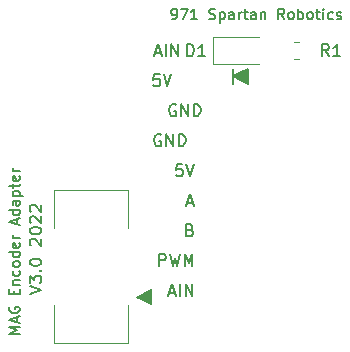
<source format=gbr>
%TF.GenerationSoftware,KiCad,Pcbnew,7.0.10-7.0.10~ubuntu22.04.1*%
%TF.CreationDate,2024-01-21T09:33:43-08:00*%
%TF.ProjectId,MAG_encoder_adapter,4d41475f-656e-4636-9f64-65725f616461,rev?*%
%TF.SameCoordinates,Original*%
%TF.FileFunction,Legend,Top*%
%TF.FilePolarity,Positive*%
%FSLAX46Y46*%
G04 Gerber Fmt 4.6, Leading zero omitted, Abs format (unit mm)*
G04 Created by KiCad (PCBNEW 7.0.10-7.0.10~ubuntu22.04.1) date 2024-01-21 09:33:43*
%MOMM*%
%LPD*%
G01*
G04 APERTURE LIST*
%ADD10C,0.150000*%
%ADD11C,0.120000*%
G04 APERTURE END LIST*
D10*
X176480000Y-106934000D02*
X175210000Y-106299000D01*
X176480000Y-105664000D01*
X176480000Y-106934000D01*
G36*
X176480000Y-106934000D02*
G01*
X175210000Y-106299000D01*
X176480000Y-105664000D01*
X176480000Y-106934000D01*
G37*
X175210000Y-105664000D02*
X175210000Y-106934000D01*
X157950819Y-124713523D02*
X158950819Y-124380190D01*
X158950819Y-124380190D02*
X157950819Y-124046857D01*
X157950819Y-123808761D02*
X157950819Y-123189714D01*
X157950819Y-123189714D02*
X158331771Y-123523047D01*
X158331771Y-123523047D02*
X158331771Y-123380190D01*
X158331771Y-123380190D02*
X158379390Y-123284952D01*
X158379390Y-123284952D02*
X158427009Y-123237333D01*
X158427009Y-123237333D02*
X158522247Y-123189714D01*
X158522247Y-123189714D02*
X158760342Y-123189714D01*
X158760342Y-123189714D02*
X158855580Y-123237333D01*
X158855580Y-123237333D02*
X158903200Y-123284952D01*
X158903200Y-123284952D02*
X158950819Y-123380190D01*
X158950819Y-123380190D02*
X158950819Y-123665904D01*
X158950819Y-123665904D02*
X158903200Y-123761142D01*
X158903200Y-123761142D02*
X158855580Y-123808761D01*
X158855580Y-122761142D02*
X158903200Y-122713523D01*
X158903200Y-122713523D02*
X158950819Y-122761142D01*
X158950819Y-122761142D02*
X158903200Y-122808761D01*
X158903200Y-122808761D02*
X158855580Y-122761142D01*
X158855580Y-122761142D02*
X158950819Y-122761142D01*
X157950819Y-122094476D02*
X157950819Y-121999238D01*
X157950819Y-121999238D02*
X157998438Y-121904000D01*
X157998438Y-121904000D02*
X158046057Y-121856381D01*
X158046057Y-121856381D02*
X158141295Y-121808762D01*
X158141295Y-121808762D02*
X158331771Y-121761143D01*
X158331771Y-121761143D02*
X158569866Y-121761143D01*
X158569866Y-121761143D02*
X158760342Y-121808762D01*
X158760342Y-121808762D02*
X158855580Y-121856381D01*
X158855580Y-121856381D02*
X158903200Y-121904000D01*
X158903200Y-121904000D02*
X158950819Y-121999238D01*
X158950819Y-121999238D02*
X158950819Y-122094476D01*
X158950819Y-122094476D02*
X158903200Y-122189714D01*
X158903200Y-122189714D02*
X158855580Y-122237333D01*
X158855580Y-122237333D02*
X158760342Y-122284952D01*
X158760342Y-122284952D02*
X158569866Y-122332571D01*
X158569866Y-122332571D02*
X158331771Y-122332571D01*
X158331771Y-122332571D02*
X158141295Y-122284952D01*
X158141295Y-122284952D02*
X158046057Y-122237333D01*
X158046057Y-122237333D02*
X157998438Y-122189714D01*
X157998438Y-122189714D02*
X157950819Y-122094476D01*
X158046057Y-120618285D02*
X157998438Y-120570666D01*
X157998438Y-120570666D02*
X157950819Y-120475428D01*
X157950819Y-120475428D02*
X157950819Y-120237333D01*
X157950819Y-120237333D02*
X157998438Y-120142095D01*
X157998438Y-120142095D02*
X158046057Y-120094476D01*
X158046057Y-120094476D02*
X158141295Y-120046857D01*
X158141295Y-120046857D02*
X158236533Y-120046857D01*
X158236533Y-120046857D02*
X158379390Y-120094476D01*
X158379390Y-120094476D02*
X158950819Y-120665904D01*
X158950819Y-120665904D02*
X158950819Y-120046857D01*
X157950819Y-119427809D02*
X157950819Y-119332571D01*
X157950819Y-119332571D02*
X157998438Y-119237333D01*
X157998438Y-119237333D02*
X158046057Y-119189714D01*
X158046057Y-119189714D02*
X158141295Y-119142095D01*
X158141295Y-119142095D02*
X158331771Y-119094476D01*
X158331771Y-119094476D02*
X158569866Y-119094476D01*
X158569866Y-119094476D02*
X158760342Y-119142095D01*
X158760342Y-119142095D02*
X158855580Y-119189714D01*
X158855580Y-119189714D02*
X158903200Y-119237333D01*
X158903200Y-119237333D02*
X158950819Y-119332571D01*
X158950819Y-119332571D02*
X158950819Y-119427809D01*
X158950819Y-119427809D02*
X158903200Y-119523047D01*
X158903200Y-119523047D02*
X158855580Y-119570666D01*
X158855580Y-119570666D02*
X158760342Y-119618285D01*
X158760342Y-119618285D02*
X158569866Y-119665904D01*
X158569866Y-119665904D02*
X158331771Y-119665904D01*
X158331771Y-119665904D02*
X158141295Y-119618285D01*
X158141295Y-119618285D02*
X158046057Y-119570666D01*
X158046057Y-119570666D02*
X157998438Y-119523047D01*
X157998438Y-119523047D02*
X157950819Y-119427809D01*
X158046057Y-118713523D02*
X157998438Y-118665904D01*
X157998438Y-118665904D02*
X157950819Y-118570666D01*
X157950819Y-118570666D02*
X157950819Y-118332571D01*
X157950819Y-118332571D02*
X157998438Y-118237333D01*
X157998438Y-118237333D02*
X158046057Y-118189714D01*
X158046057Y-118189714D02*
X158141295Y-118142095D01*
X158141295Y-118142095D02*
X158236533Y-118142095D01*
X158236533Y-118142095D02*
X158379390Y-118189714D01*
X158379390Y-118189714D02*
X158950819Y-118761142D01*
X158950819Y-118761142D02*
X158950819Y-118142095D01*
X158046057Y-117761142D02*
X157998438Y-117713523D01*
X157998438Y-117713523D02*
X157950819Y-117618285D01*
X157950819Y-117618285D02*
X157950819Y-117380190D01*
X157950819Y-117380190D02*
X157998438Y-117284952D01*
X157998438Y-117284952D02*
X158046057Y-117237333D01*
X158046057Y-117237333D02*
X158141295Y-117189714D01*
X158141295Y-117189714D02*
X158236533Y-117189714D01*
X158236533Y-117189714D02*
X158379390Y-117237333D01*
X158379390Y-117237333D02*
X158950819Y-117808761D01*
X158950819Y-117808761D02*
X158950819Y-117189714D01*
X169795840Y-124629104D02*
X170272030Y-124629104D01*
X169700602Y-124914819D02*
X170033935Y-123914819D01*
X170033935Y-123914819D02*
X170367268Y-124914819D01*
X170700602Y-124914819D02*
X170700602Y-123914819D01*
X171176792Y-124914819D02*
X171176792Y-123914819D01*
X171176792Y-123914819D02*
X171748220Y-124914819D01*
X171748220Y-124914819D02*
X171748220Y-123914819D01*
X171557744Y-119311009D02*
X171700601Y-119358628D01*
X171700601Y-119358628D02*
X171748220Y-119406247D01*
X171748220Y-119406247D02*
X171795839Y-119501485D01*
X171795839Y-119501485D02*
X171795839Y-119644342D01*
X171795839Y-119644342D02*
X171748220Y-119739580D01*
X171748220Y-119739580D02*
X171700601Y-119787200D01*
X171700601Y-119787200D02*
X171605363Y-119834819D01*
X171605363Y-119834819D02*
X171224411Y-119834819D01*
X171224411Y-119834819D02*
X171224411Y-118834819D01*
X171224411Y-118834819D02*
X171557744Y-118834819D01*
X171557744Y-118834819D02*
X171652982Y-118882438D01*
X171652982Y-118882438D02*
X171700601Y-118930057D01*
X171700601Y-118930057D02*
X171748220Y-119025295D01*
X171748220Y-119025295D02*
X171748220Y-119120533D01*
X171748220Y-119120533D02*
X171700601Y-119215771D01*
X171700601Y-119215771D02*
X171652982Y-119263390D01*
X171652982Y-119263390D02*
X171557744Y-119311009D01*
X171557744Y-119311009D02*
X171224411Y-119311009D01*
X170024684Y-101495469D02*
X170194017Y-101495469D01*
X170194017Y-101495469D02*
X170278684Y-101453136D01*
X170278684Y-101453136D02*
X170321017Y-101410802D01*
X170321017Y-101410802D02*
X170405684Y-101283802D01*
X170405684Y-101283802D02*
X170448017Y-101114469D01*
X170448017Y-101114469D02*
X170448017Y-100775802D01*
X170448017Y-100775802D02*
X170405684Y-100691136D01*
X170405684Y-100691136D02*
X170363350Y-100648802D01*
X170363350Y-100648802D02*
X170278684Y-100606469D01*
X170278684Y-100606469D02*
X170109350Y-100606469D01*
X170109350Y-100606469D02*
X170024684Y-100648802D01*
X170024684Y-100648802D02*
X169982350Y-100691136D01*
X169982350Y-100691136D02*
X169940017Y-100775802D01*
X169940017Y-100775802D02*
X169940017Y-100987469D01*
X169940017Y-100987469D02*
X169982350Y-101072136D01*
X169982350Y-101072136D02*
X170024684Y-101114469D01*
X170024684Y-101114469D02*
X170109350Y-101156802D01*
X170109350Y-101156802D02*
X170278684Y-101156802D01*
X170278684Y-101156802D02*
X170363350Y-101114469D01*
X170363350Y-101114469D02*
X170405684Y-101072136D01*
X170405684Y-101072136D02*
X170448017Y-100987469D01*
X170744351Y-100606469D02*
X171337017Y-100606469D01*
X171337017Y-100606469D02*
X170956017Y-101495469D01*
X172141351Y-101495469D02*
X171633351Y-101495469D01*
X171887351Y-101495469D02*
X171887351Y-100606469D01*
X171887351Y-100606469D02*
X171802684Y-100733469D01*
X171802684Y-100733469D02*
X171718018Y-100818136D01*
X171718018Y-100818136D02*
X171633351Y-100860469D01*
X173157351Y-101453136D02*
X173284351Y-101495469D01*
X173284351Y-101495469D02*
X173496018Y-101495469D01*
X173496018Y-101495469D02*
X173580684Y-101453136D01*
X173580684Y-101453136D02*
X173623018Y-101410802D01*
X173623018Y-101410802D02*
X173665351Y-101326136D01*
X173665351Y-101326136D02*
X173665351Y-101241469D01*
X173665351Y-101241469D02*
X173623018Y-101156802D01*
X173623018Y-101156802D02*
X173580684Y-101114469D01*
X173580684Y-101114469D02*
X173496018Y-101072136D01*
X173496018Y-101072136D02*
X173326684Y-101029802D01*
X173326684Y-101029802D02*
X173242018Y-100987469D01*
X173242018Y-100987469D02*
X173199684Y-100945136D01*
X173199684Y-100945136D02*
X173157351Y-100860469D01*
X173157351Y-100860469D02*
X173157351Y-100775802D01*
X173157351Y-100775802D02*
X173199684Y-100691136D01*
X173199684Y-100691136D02*
X173242018Y-100648802D01*
X173242018Y-100648802D02*
X173326684Y-100606469D01*
X173326684Y-100606469D02*
X173538351Y-100606469D01*
X173538351Y-100606469D02*
X173665351Y-100648802D01*
X174046351Y-100902802D02*
X174046351Y-101791802D01*
X174046351Y-100945136D02*
X174131018Y-100902802D01*
X174131018Y-100902802D02*
X174300351Y-100902802D01*
X174300351Y-100902802D02*
X174385018Y-100945136D01*
X174385018Y-100945136D02*
X174427351Y-100987469D01*
X174427351Y-100987469D02*
X174469685Y-101072136D01*
X174469685Y-101072136D02*
X174469685Y-101326136D01*
X174469685Y-101326136D02*
X174427351Y-101410802D01*
X174427351Y-101410802D02*
X174385018Y-101453136D01*
X174385018Y-101453136D02*
X174300351Y-101495469D01*
X174300351Y-101495469D02*
X174131018Y-101495469D01*
X174131018Y-101495469D02*
X174046351Y-101453136D01*
X175231684Y-101495469D02*
X175231684Y-101029802D01*
X175231684Y-101029802D02*
X175189351Y-100945136D01*
X175189351Y-100945136D02*
X175104684Y-100902802D01*
X175104684Y-100902802D02*
X174935351Y-100902802D01*
X174935351Y-100902802D02*
X174850684Y-100945136D01*
X175231684Y-101453136D02*
X175147018Y-101495469D01*
X175147018Y-101495469D02*
X174935351Y-101495469D01*
X174935351Y-101495469D02*
X174850684Y-101453136D01*
X174850684Y-101453136D02*
X174808351Y-101368469D01*
X174808351Y-101368469D02*
X174808351Y-101283802D01*
X174808351Y-101283802D02*
X174850684Y-101199136D01*
X174850684Y-101199136D02*
X174935351Y-101156802D01*
X174935351Y-101156802D02*
X175147018Y-101156802D01*
X175147018Y-101156802D02*
X175231684Y-101114469D01*
X175655017Y-101495469D02*
X175655017Y-100902802D01*
X175655017Y-101072136D02*
X175697351Y-100987469D01*
X175697351Y-100987469D02*
X175739684Y-100945136D01*
X175739684Y-100945136D02*
X175824351Y-100902802D01*
X175824351Y-100902802D02*
X175909017Y-100902802D01*
X176078350Y-100902802D02*
X176417017Y-100902802D01*
X176205350Y-100606469D02*
X176205350Y-101368469D01*
X176205350Y-101368469D02*
X176247684Y-101453136D01*
X176247684Y-101453136D02*
X176332350Y-101495469D01*
X176332350Y-101495469D02*
X176417017Y-101495469D01*
X177094350Y-101495469D02*
X177094350Y-101029802D01*
X177094350Y-101029802D02*
X177052017Y-100945136D01*
X177052017Y-100945136D02*
X176967350Y-100902802D01*
X176967350Y-100902802D02*
X176798017Y-100902802D01*
X176798017Y-100902802D02*
X176713350Y-100945136D01*
X177094350Y-101453136D02*
X177009684Y-101495469D01*
X177009684Y-101495469D02*
X176798017Y-101495469D01*
X176798017Y-101495469D02*
X176713350Y-101453136D01*
X176713350Y-101453136D02*
X176671017Y-101368469D01*
X176671017Y-101368469D02*
X176671017Y-101283802D01*
X176671017Y-101283802D02*
X176713350Y-101199136D01*
X176713350Y-101199136D02*
X176798017Y-101156802D01*
X176798017Y-101156802D02*
X177009684Y-101156802D01*
X177009684Y-101156802D02*
X177094350Y-101114469D01*
X177517683Y-100902802D02*
X177517683Y-101495469D01*
X177517683Y-100987469D02*
X177560017Y-100945136D01*
X177560017Y-100945136D02*
X177644683Y-100902802D01*
X177644683Y-100902802D02*
X177771683Y-100902802D01*
X177771683Y-100902802D02*
X177856350Y-100945136D01*
X177856350Y-100945136D02*
X177898683Y-101029802D01*
X177898683Y-101029802D02*
X177898683Y-101495469D01*
X179507349Y-101495469D02*
X179211016Y-101072136D01*
X178999349Y-101495469D02*
X178999349Y-100606469D01*
X178999349Y-100606469D02*
X179338016Y-100606469D01*
X179338016Y-100606469D02*
X179422683Y-100648802D01*
X179422683Y-100648802D02*
X179465016Y-100691136D01*
X179465016Y-100691136D02*
X179507349Y-100775802D01*
X179507349Y-100775802D02*
X179507349Y-100902802D01*
X179507349Y-100902802D02*
X179465016Y-100987469D01*
X179465016Y-100987469D02*
X179422683Y-101029802D01*
X179422683Y-101029802D02*
X179338016Y-101072136D01*
X179338016Y-101072136D02*
X178999349Y-101072136D01*
X180015349Y-101495469D02*
X179930683Y-101453136D01*
X179930683Y-101453136D02*
X179888349Y-101410802D01*
X179888349Y-101410802D02*
X179846016Y-101326136D01*
X179846016Y-101326136D02*
X179846016Y-101072136D01*
X179846016Y-101072136D02*
X179888349Y-100987469D01*
X179888349Y-100987469D02*
X179930683Y-100945136D01*
X179930683Y-100945136D02*
X180015349Y-100902802D01*
X180015349Y-100902802D02*
X180142349Y-100902802D01*
X180142349Y-100902802D02*
X180227016Y-100945136D01*
X180227016Y-100945136D02*
X180269349Y-100987469D01*
X180269349Y-100987469D02*
X180311683Y-101072136D01*
X180311683Y-101072136D02*
X180311683Y-101326136D01*
X180311683Y-101326136D02*
X180269349Y-101410802D01*
X180269349Y-101410802D02*
X180227016Y-101453136D01*
X180227016Y-101453136D02*
X180142349Y-101495469D01*
X180142349Y-101495469D02*
X180015349Y-101495469D01*
X180692682Y-101495469D02*
X180692682Y-100606469D01*
X180692682Y-100945136D02*
X180777349Y-100902802D01*
X180777349Y-100902802D02*
X180946682Y-100902802D01*
X180946682Y-100902802D02*
X181031349Y-100945136D01*
X181031349Y-100945136D02*
X181073682Y-100987469D01*
X181073682Y-100987469D02*
X181116016Y-101072136D01*
X181116016Y-101072136D02*
X181116016Y-101326136D01*
X181116016Y-101326136D02*
X181073682Y-101410802D01*
X181073682Y-101410802D02*
X181031349Y-101453136D01*
X181031349Y-101453136D02*
X180946682Y-101495469D01*
X180946682Y-101495469D02*
X180777349Y-101495469D01*
X180777349Y-101495469D02*
X180692682Y-101453136D01*
X181624015Y-101495469D02*
X181539349Y-101453136D01*
X181539349Y-101453136D02*
X181497015Y-101410802D01*
X181497015Y-101410802D02*
X181454682Y-101326136D01*
X181454682Y-101326136D02*
X181454682Y-101072136D01*
X181454682Y-101072136D02*
X181497015Y-100987469D01*
X181497015Y-100987469D02*
X181539349Y-100945136D01*
X181539349Y-100945136D02*
X181624015Y-100902802D01*
X181624015Y-100902802D02*
X181751015Y-100902802D01*
X181751015Y-100902802D02*
X181835682Y-100945136D01*
X181835682Y-100945136D02*
X181878015Y-100987469D01*
X181878015Y-100987469D02*
X181920349Y-101072136D01*
X181920349Y-101072136D02*
X181920349Y-101326136D01*
X181920349Y-101326136D02*
X181878015Y-101410802D01*
X181878015Y-101410802D02*
X181835682Y-101453136D01*
X181835682Y-101453136D02*
X181751015Y-101495469D01*
X181751015Y-101495469D02*
X181624015Y-101495469D01*
X182174348Y-100902802D02*
X182513015Y-100902802D01*
X182301348Y-100606469D02*
X182301348Y-101368469D01*
X182301348Y-101368469D02*
X182343682Y-101453136D01*
X182343682Y-101453136D02*
X182428348Y-101495469D01*
X182428348Y-101495469D02*
X182513015Y-101495469D01*
X182809348Y-101495469D02*
X182809348Y-100902802D01*
X182809348Y-100606469D02*
X182767015Y-100648802D01*
X182767015Y-100648802D02*
X182809348Y-100691136D01*
X182809348Y-100691136D02*
X182851682Y-100648802D01*
X182851682Y-100648802D02*
X182809348Y-100606469D01*
X182809348Y-100606469D02*
X182809348Y-100691136D01*
X183613681Y-101453136D02*
X183529015Y-101495469D01*
X183529015Y-101495469D02*
X183359681Y-101495469D01*
X183359681Y-101495469D02*
X183275015Y-101453136D01*
X183275015Y-101453136D02*
X183232681Y-101410802D01*
X183232681Y-101410802D02*
X183190348Y-101326136D01*
X183190348Y-101326136D02*
X183190348Y-101072136D01*
X183190348Y-101072136D02*
X183232681Y-100987469D01*
X183232681Y-100987469D02*
X183275015Y-100945136D01*
X183275015Y-100945136D02*
X183359681Y-100902802D01*
X183359681Y-100902802D02*
X183529015Y-100902802D01*
X183529015Y-100902802D02*
X183613681Y-100945136D01*
X183952348Y-101453136D02*
X184037015Y-101495469D01*
X184037015Y-101495469D02*
X184206348Y-101495469D01*
X184206348Y-101495469D02*
X184291015Y-101453136D01*
X184291015Y-101453136D02*
X184333348Y-101368469D01*
X184333348Y-101368469D02*
X184333348Y-101326136D01*
X184333348Y-101326136D02*
X184291015Y-101241469D01*
X184291015Y-101241469D02*
X184206348Y-101199136D01*
X184206348Y-101199136D02*
X184079348Y-101199136D01*
X184079348Y-101199136D02*
X183994681Y-101156802D01*
X183994681Y-101156802D02*
X183952348Y-101072136D01*
X183952348Y-101072136D02*
X183952348Y-101029802D01*
X183952348Y-101029802D02*
X183994681Y-100945136D01*
X183994681Y-100945136D02*
X184079348Y-100902802D01*
X184079348Y-100902802D02*
X184206348Y-100902802D01*
X184206348Y-100902802D02*
X184291015Y-100945136D01*
X168960969Y-106134819D02*
X168484779Y-106134819D01*
X168484779Y-106134819D02*
X168437160Y-106611009D01*
X168437160Y-106611009D02*
X168484779Y-106563390D01*
X168484779Y-106563390D02*
X168580017Y-106515771D01*
X168580017Y-106515771D02*
X168818112Y-106515771D01*
X168818112Y-106515771D02*
X168913350Y-106563390D01*
X168913350Y-106563390D02*
X168960969Y-106611009D01*
X168960969Y-106611009D02*
X169008588Y-106706247D01*
X169008588Y-106706247D02*
X169008588Y-106944342D01*
X169008588Y-106944342D02*
X168960969Y-107039580D01*
X168960969Y-107039580D02*
X168913350Y-107087200D01*
X168913350Y-107087200D02*
X168818112Y-107134819D01*
X168818112Y-107134819D02*
X168580017Y-107134819D01*
X168580017Y-107134819D02*
X168484779Y-107087200D01*
X168484779Y-107087200D02*
X168437160Y-107039580D01*
X169294303Y-106134819D02*
X169627636Y-107134819D01*
X169627636Y-107134819D02*
X169960969Y-106134819D01*
X171319649Y-117009104D02*
X171795839Y-117009104D01*
X171224411Y-117294819D02*
X171557744Y-116294819D01*
X171557744Y-116294819D02*
X171891077Y-117294819D01*
X157121469Y-128100664D02*
X156232469Y-128100664D01*
X156232469Y-128100664D02*
X156867469Y-127804331D01*
X156867469Y-127804331D02*
X156232469Y-127507997D01*
X156232469Y-127507997D02*
X157121469Y-127507997D01*
X156867469Y-127126997D02*
X156867469Y-126703664D01*
X157121469Y-127211664D02*
X156232469Y-126915331D01*
X156232469Y-126915331D02*
X157121469Y-126618997D01*
X156274802Y-125856997D02*
X156232469Y-125941664D01*
X156232469Y-125941664D02*
X156232469Y-126068664D01*
X156232469Y-126068664D02*
X156274802Y-126195664D01*
X156274802Y-126195664D02*
X156359469Y-126280331D01*
X156359469Y-126280331D02*
X156444136Y-126322664D01*
X156444136Y-126322664D02*
X156613469Y-126364997D01*
X156613469Y-126364997D02*
X156740469Y-126364997D01*
X156740469Y-126364997D02*
X156909802Y-126322664D01*
X156909802Y-126322664D02*
X156994469Y-126280331D01*
X156994469Y-126280331D02*
X157079136Y-126195664D01*
X157079136Y-126195664D02*
X157121469Y-126068664D01*
X157121469Y-126068664D02*
X157121469Y-125983997D01*
X157121469Y-125983997D02*
X157079136Y-125856997D01*
X157079136Y-125856997D02*
X157036802Y-125814664D01*
X157036802Y-125814664D02*
X156740469Y-125814664D01*
X156740469Y-125814664D02*
X156740469Y-125983997D01*
X156655802Y-124756331D02*
X156655802Y-124459998D01*
X157121469Y-124332998D02*
X157121469Y-124756331D01*
X157121469Y-124756331D02*
X156232469Y-124756331D01*
X156232469Y-124756331D02*
X156232469Y-124332998D01*
X156528802Y-123951998D02*
X157121469Y-123951998D01*
X156613469Y-123951998D02*
X156571136Y-123909665D01*
X156571136Y-123909665D02*
X156528802Y-123824998D01*
X156528802Y-123824998D02*
X156528802Y-123697998D01*
X156528802Y-123697998D02*
X156571136Y-123613331D01*
X156571136Y-123613331D02*
X156655802Y-123570998D01*
X156655802Y-123570998D02*
X157121469Y-123570998D01*
X157079136Y-122766665D02*
X157121469Y-122851332D01*
X157121469Y-122851332D02*
X157121469Y-123020665D01*
X157121469Y-123020665D02*
X157079136Y-123105332D01*
X157079136Y-123105332D02*
X157036802Y-123147665D01*
X157036802Y-123147665D02*
X156952136Y-123189998D01*
X156952136Y-123189998D02*
X156698136Y-123189998D01*
X156698136Y-123189998D02*
X156613469Y-123147665D01*
X156613469Y-123147665D02*
X156571136Y-123105332D01*
X156571136Y-123105332D02*
X156528802Y-123020665D01*
X156528802Y-123020665D02*
X156528802Y-122851332D01*
X156528802Y-122851332D02*
X156571136Y-122766665D01*
X157121469Y-122258665D02*
X157079136Y-122343332D01*
X157079136Y-122343332D02*
X157036802Y-122385665D01*
X157036802Y-122385665D02*
X156952136Y-122427998D01*
X156952136Y-122427998D02*
X156698136Y-122427998D01*
X156698136Y-122427998D02*
X156613469Y-122385665D01*
X156613469Y-122385665D02*
X156571136Y-122343332D01*
X156571136Y-122343332D02*
X156528802Y-122258665D01*
X156528802Y-122258665D02*
X156528802Y-122131665D01*
X156528802Y-122131665D02*
X156571136Y-122046998D01*
X156571136Y-122046998D02*
X156613469Y-122004665D01*
X156613469Y-122004665D02*
X156698136Y-121962332D01*
X156698136Y-121962332D02*
X156952136Y-121962332D01*
X156952136Y-121962332D02*
X157036802Y-122004665D01*
X157036802Y-122004665D02*
X157079136Y-122046998D01*
X157079136Y-122046998D02*
X157121469Y-122131665D01*
X157121469Y-122131665D02*
X157121469Y-122258665D01*
X157121469Y-121200332D02*
X156232469Y-121200332D01*
X157079136Y-121200332D02*
X157121469Y-121284999D01*
X157121469Y-121284999D02*
X157121469Y-121454332D01*
X157121469Y-121454332D02*
X157079136Y-121538999D01*
X157079136Y-121538999D02*
X157036802Y-121581332D01*
X157036802Y-121581332D02*
X156952136Y-121623665D01*
X156952136Y-121623665D02*
X156698136Y-121623665D01*
X156698136Y-121623665D02*
X156613469Y-121581332D01*
X156613469Y-121581332D02*
X156571136Y-121538999D01*
X156571136Y-121538999D02*
X156528802Y-121454332D01*
X156528802Y-121454332D02*
X156528802Y-121284999D01*
X156528802Y-121284999D02*
X156571136Y-121200332D01*
X157079136Y-120438332D02*
X157121469Y-120522999D01*
X157121469Y-120522999D02*
X157121469Y-120692332D01*
X157121469Y-120692332D02*
X157079136Y-120776999D01*
X157079136Y-120776999D02*
X156994469Y-120819332D01*
X156994469Y-120819332D02*
X156655802Y-120819332D01*
X156655802Y-120819332D02*
X156571136Y-120776999D01*
X156571136Y-120776999D02*
X156528802Y-120692332D01*
X156528802Y-120692332D02*
X156528802Y-120522999D01*
X156528802Y-120522999D02*
X156571136Y-120438332D01*
X156571136Y-120438332D02*
X156655802Y-120395999D01*
X156655802Y-120395999D02*
X156740469Y-120395999D01*
X156740469Y-120395999D02*
X156825136Y-120819332D01*
X157121469Y-120014999D02*
X156528802Y-120014999D01*
X156698136Y-120014999D02*
X156613469Y-119972666D01*
X156613469Y-119972666D02*
X156571136Y-119930332D01*
X156571136Y-119930332D02*
X156528802Y-119845666D01*
X156528802Y-119845666D02*
X156528802Y-119760999D01*
X156867469Y-118829666D02*
X156867469Y-118406333D01*
X157121469Y-118914333D02*
X156232469Y-118618000D01*
X156232469Y-118618000D02*
X157121469Y-118321666D01*
X157121469Y-117644333D02*
X156232469Y-117644333D01*
X157079136Y-117644333D02*
X157121469Y-117729000D01*
X157121469Y-117729000D02*
X157121469Y-117898333D01*
X157121469Y-117898333D02*
X157079136Y-117983000D01*
X157079136Y-117983000D02*
X157036802Y-118025333D01*
X157036802Y-118025333D02*
X156952136Y-118067666D01*
X156952136Y-118067666D02*
X156698136Y-118067666D01*
X156698136Y-118067666D02*
X156613469Y-118025333D01*
X156613469Y-118025333D02*
X156571136Y-117983000D01*
X156571136Y-117983000D02*
X156528802Y-117898333D01*
X156528802Y-117898333D02*
X156528802Y-117729000D01*
X156528802Y-117729000D02*
X156571136Y-117644333D01*
X157121469Y-116840000D02*
X156655802Y-116840000D01*
X156655802Y-116840000D02*
X156571136Y-116882333D01*
X156571136Y-116882333D02*
X156528802Y-116967000D01*
X156528802Y-116967000D02*
X156528802Y-117136333D01*
X156528802Y-117136333D02*
X156571136Y-117221000D01*
X157079136Y-116840000D02*
X157121469Y-116924667D01*
X157121469Y-116924667D02*
X157121469Y-117136333D01*
X157121469Y-117136333D02*
X157079136Y-117221000D01*
X157079136Y-117221000D02*
X156994469Y-117263333D01*
X156994469Y-117263333D02*
X156909802Y-117263333D01*
X156909802Y-117263333D02*
X156825136Y-117221000D01*
X156825136Y-117221000D02*
X156782802Y-117136333D01*
X156782802Y-117136333D02*
X156782802Y-116924667D01*
X156782802Y-116924667D02*
X156740469Y-116840000D01*
X156528802Y-116416667D02*
X157417802Y-116416667D01*
X156571136Y-116416667D02*
X156528802Y-116332000D01*
X156528802Y-116332000D02*
X156528802Y-116162667D01*
X156528802Y-116162667D02*
X156571136Y-116078000D01*
X156571136Y-116078000D02*
X156613469Y-116035667D01*
X156613469Y-116035667D02*
X156698136Y-115993334D01*
X156698136Y-115993334D02*
X156952136Y-115993334D01*
X156952136Y-115993334D02*
X157036802Y-116035667D01*
X157036802Y-116035667D02*
X157079136Y-116078000D01*
X157079136Y-116078000D02*
X157121469Y-116162667D01*
X157121469Y-116162667D02*
X157121469Y-116332000D01*
X157121469Y-116332000D02*
X157079136Y-116416667D01*
X156528802Y-115739334D02*
X156528802Y-115400667D01*
X156232469Y-115612334D02*
X156994469Y-115612334D01*
X156994469Y-115612334D02*
X157079136Y-115570001D01*
X157079136Y-115570001D02*
X157121469Y-115485334D01*
X157121469Y-115485334D02*
X157121469Y-115400667D01*
X157079136Y-114765667D02*
X157121469Y-114850334D01*
X157121469Y-114850334D02*
X157121469Y-115019667D01*
X157121469Y-115019667D02*
X157079136Y-115104334D01*
X157079136Y-115104334D02*
X156994469Y-115146667D01*
X156994469Y-115146667D02*
X156655802Y-115146667D01*
X156655802Y-115146667D02*
X156571136Y-115104334D01*
X156571136Y-115104334D02*
X156528802Y-115019667D01*
X156528802Y-115019667D02*
X156528802Y-114850334D01*
X156528802Y-114850334D02*
X156571136Y-114765667D01*
X156571136Y-114765667D02*
X156655802Y-114723334D01*
X156655802Y-114723334D02*
X156740469Y-114723334D01*
X156740469Y-114723334D02*
X156825136Y-115146667D01*
X157121469Y-114342334D02*
X156528802Y-114342334D01*
X156698136Y-114342334D02*
X156613469Y-114300001D01*
X156613469Y-114300001D02*
X156571136Y-114257667D01*
X156571136Y-114257667D02*
X156528802Y-114173001D01*
X156528802Y-114173001D02*
X156528802Y-114088334D01*
X168564160Y-104309104D02*
X169040350Y-104309104D01*
X168468922Y-104594819D02*
X168802255Y-103594819D01*
X168802255Y-103594819D02*
X169135588Y-104594819D01*
X169468922Y-104594819D02*
X169468922Y-103594819D01*
X169945112Y-104594819D02*
X169945112Y-103594819D01*
X169945112Y-103594819D02*
X170516540Y-104594819D01*
X170516540Y-104594819D02*
X170516540Y-103594819D01*
X169065601Y-111262438D02*
X168970363Y-111214819D01*
X168970363Y-111214819D02*
X168827506Y-111214819D01*
X168827506Y-111214819D02*
X168684649Y-111262438D01*
X168684649Y-111262438D02*
X168589411Y-111357676D01*
X168589411Y-111357676D02*
X168541792Y-111452914D01*
X168541792Y-111452914D02*
X168494173Y-111643390D01*
X168494173Y-111643390D02*
X168494173Y-111786247D01*
X168494173Y-111786247D02*
X168541792Y-111976723D01*
X168541792Y-111976723D02*
X168589411Y-112071961D01*
X168589411Y-112071961D02*
X168684649Y-112167200D01*
X168684649Y-112167200D02*
X168827506Y-112214819D01*
X168827506Y-112214819D02*
X168922744Y-112214819D01*
X168922744Y-112214819D02*
X169065601Y-112167200D01*
X169065601Y-112167200D02*
X169113220Y-112119580D01*
X169113220Y-112119580D02*
X169113220Y-111786247D01*
X169113220Y-111786247D02*
X168922744Y-111786247D01*
X169541792Y-112214819D02*
X169541792Y-111214819D01*
X169541792Y-111214819D02*
X170113220Y-112214819D01*
X170113220Y-112214819D02*
X170113220Y-111214819D01*
X170589411Y-112214819D02*
X170589411Y-111214819D01*
X170589411Y-111214819D02*
X170827506Y-111214819D01*
X170827506Y-111214819D02*
X170970363Y-111262438D01*
X170970363Y-111262438D02*
X171065601Y-111357676D01*
X171065601Y-111357676D02*
X171113220Y-111452914D01*
X171113220Y-111452914D02*
X171160839Y-111643390D01*
X171160839Y-111643390D02*
X171160839Y-111786247D01*
X171160839Y-111786247D02*
X171113220Y-111976723D01*
X171113220Y-111976723D02*
X171065601Y-112071961D01*
X171065601Y-112071961D02*
X170970363Y-112167200D01*
X170970363Y-112167200D02*
X170827506Y-112214819D01*
X170827506Y-112214819D02*
X170589411Y-112214819D01*
X170335601Y-108722438D02*
X170240363Y-108674819D01*
X170240363Y-108674819D02*
X170097506Y-108674819D01*
X170097506Y-108674819D02*
X169954649Y-108722438D01*
X169954649Y-108722438D02*
X169859411Y-108817676D01*
X169859411Y-108817676D02*
X169811792Y-108912914D01*
X169811792Y-108912914D02*
X169764173Y-109103390D01*
X169764173Y-109103390D02*
X169764173Y-109246247D01*
X169764173Y-109246247D02*
X169811792Y-109436723D01*
X169811792Y-109436723D02*
X169859411Y-109531961D01*
X169859411Y-109531961D02*
X169954649Y-109627200D01*
X169954649Y-109627200D02*
X170097506Y-109674819D01*
X170097506Y-109674819D02*
X170192744Y-109674819D01*
X170192744Y-109674819D02*
X170335601Y-109627200D01*
X170335601Y-109627200D02*
X170383220Y-109579580D01*
X170383220Y-109579580D02*
X170383220Y-109246247D01*
X170383220Y-109246247D02*
X170192744Y-109246247D01*
X170811792Y-109674819D02*
X170811792Y-108674819D01*
X170811792Y-108674819D02*
X171383220Y-109674819D01*
X171383220Y-109674819D02*
X171383220Y-108674819D01*
X171859411Y-109674819D02*
X171859411Y-108674819D01*
X171859411Y-108674819D02*
X172097506Y-108674819D01*
X172097506Y-108674819D02*
X172240363Y-108722438D01*
X172240363Y-108722438D02*
X172335601Y-108817676D01*
X172335601Y-108817676D02*
X172383220Y-108912914D01*
X172383220Y-108912914D02*
X172430839Y-109103390D01*
X172430839Y-109103390D02*
X172430839Y-109246247D01*
X172430839Y-109246247D02*
X172383220Y-109436723D01*
X172383220Y-109436723D02*
X172335601Y-109531961D01*
X172335601Y-109531961D02*
X172240363Y-109627200D01*
X172240363Y-109627200D02*
X172097506Y-109674819D01*
X172097506Y-109674819D02*
X171859411Y-109674819D01*
X168938697Y-122374819D02*
X168938697Y-121374819D01*
X168938697Y-121374819D02*
X169319649Y-121374819D01*
X169319649Y-121374819D02*
X169414887Y-121422438D01*
X169414887Y-121422438D02*
X169462506Y-121470057D01*
X169462506Y-121470057D02*
X169510125Y-121565295D01*
X169510125Y-121565295D02*
X169510125Y-121708152D01*
X169510125Y-121708152D02*
X169462506Y-121803390D01*
X169462506Y-121803390D02*
X169414887Y-121851009D01*
X169414887Y-121851009D02*
X169319649Y-121898628D01*
X169319649Y-121898628D02*
X168938697Y-121898628D01*
X169843459Y-121374819D02*
X170081554Y-122374819D01*
X170081554Y-122374819D02*
X170272030Y-121660533D01*
X170272030Y-121660533D02*
X170462506Y-122374819D01*
X170462506Y-122374819D02*
X170700602Y-121374819D01*
X171081554Y-122374819D02*
X171081554Y-121374819D01*
X171081554Y-121374819D02*
X171414887Y-122089104D01*
X171414887Y-122089104D02*
X171748220Y-121374819D01*
X171748220Y-121374819D02*
X171748220Y-122374819D01*
X170891077Y-113754819D02*
X170414887Y-113754819D01*
X170414887Y-113754819D02*
X170367268Y-114231009D01*
X170367268Y-114231009D02*
X170414887Y-114183390D01*
X170414887Y-114183390D02*
X170510125Y-114135771D01*
X170510125Y-114135771D02*
X170748220Y-114135771D01*
X170748220Y-114135771D02*
X170843458Y-114183390D01*
X170843458Y-114183390D02*
X170891077Y-114231009D01*
X170891077Y-114231009D02*
X170938696Y-114326247D01*
X170938696Y-114326247D02*
X170938696Y-114564342D01*
X170938696Y-114564342D02*
X170891077Y-114659580D01*
X170891077Y-114659580D02*
X170843458Y-114707200D01*
X170843458Y-114707200D02*
X170748220Y-114754819D01*
X170748220Y-114754819D02*
X170510125Y-114754819D01*
X170510125Y-114754819D02*
X170414887Y-114707200D01*
X170414887Y-114707200D02*
X170367268Y-114659580D01*
X171224411Y-113754819D02*
X171557744Y-114754819D01*
X171557744Y-114754819D02*
X171891077Y-113754819D01*
X183298333Y-104594819D02*
X182965000Y-104118628D01*
X182726905Y-104594819D02*
X182726905Y-103594819D01*
X182726905Y-103594819D02*
X183107857Y-103594819D01*
X183107857Y-103594819D02*
X183203095Y-103642438D01*
X183203095Y-103642438D02*
X183250714Y-103690057D01*
X183250714Y-103690057D02*
X183298333Y-103785295D01*
X183298333Y-103785295D02*
X183298333Y-103928152D01*
X183298333Y-103928152D02*
X183250714Y-104023390D01*
X183250714Y-104023390D02*
X183203095Y-104071009D01*
X183203095Y-104071009D02*
X183107857Y-104118628D01*
X183107857Y-104118628D02*
X182726905Y-104118628D01*
X184250714Y-104594819D02*
X183679286Y-104594819D01*
X183965000Y-104594819D02*
X183965000Y-103594819D01*
X183965000Y-103594819D02*
X183869762Y-103737676D01*
X183869762Y-103737676D02*
X183774524Y-103832914D01*
X183774524Y-103832914D02*
X183679286Y-103880533D01*
X171296905Y-104594819D02*
X171296905Y-103594819D01*
X171296905Y-103594819D02*
X171535000Y-103594819D01*
X171535000Y-103594819D02*
X171677857Y-103642438D01*
X171677857Y-103642438D02*
X171773095Y-103737676D01*
X171773095Y-103737676D02*
X171820714Y-103832914D01*
X171820714Y-103832914D02*
X171868333Y-104023390D01*
X171868333Y-104023390D02*
X171868333Y-104166247D01*
X171868333Y-104166247D02*
X171820714Y-104356723D01*
X171820714Y-104356723D02*
X171773095Y-104451961D01*
X171773095Y-104451961D02*
X171677857Y-104547200D01*
X171677857Y-104547200D02*
X171535000Y-104594819D01*
X171535000Y-104594819D02*
X171296905Y-104594819D01*
X172820714Y-104594819D02*
X172249286Y-104594819D01*
X172535000Y-104594819D02*
X172535000Y-103594819D01*
X172535000Y-103594819D02*
X172439762Y-103737676D01*
X172439762Y-103737676D02*
X172344524Y-103832914D01*
X172344524Y-103832914D02*
X172249286Y-103880533D01*
D11*
%TO.C,R1*%
X180340436Y-103405000D02*
X180794564Y-103405000D01*
X180340436Y-104875000D02*
X180794564Y-104875000D01*
%TO.C,D1*%
X177365000Y-103005000D02*
X173480000Y-103005000D01*
X173480000Y-105275000D02*
X177365000Y-105275000D01*
X173480000Y-103005000D02*
X173480000Y-105275000D01*
%TO.C,J1*%
X160050201Y-125681740D02*
X160050201Y-128879600D01*
X166298601Y-115976400D02*
X160050201Y-115976400D01*
X166298601Y-128879600D02*
X166298601Y-125681740D01*
X160050201Y-115976400D02*
X160050201Y-119174260D01*
X166298601Y-119174260D02*
X166298601Y-115976400D01*
X160050201Y-128879600D02*
X166298601Y-128879600D01*
X168254401Y-125603000D02*
X166984401Y-124968000D01*
X168254401Y-124333000D01*
X168254401Y-125603000D01*
G36*
X168254401Y-125603000D02*
G01*
X166984401Y-124968000D01*
X168254401Y-124333000D01*
X168254401Y-125603000D01*
G37*
%TD*%
M02*

</source>
